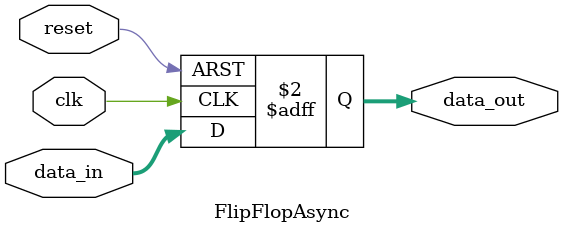
<source format=sv>
parameter NBITS_DATA = 32;
module FlipFlopAsync(
  input logic clk, reset,
  input logic [NBITS_DATA-1:0] data_in,
  output logic [NBITS_DATA-1:0] data_out
);
  always_ff @ (posedge reset or posedge clk) begin
    if (reset)
      data_out <= 0;
    else
      data_out <= data_in;
  end
endmodule
</source>
